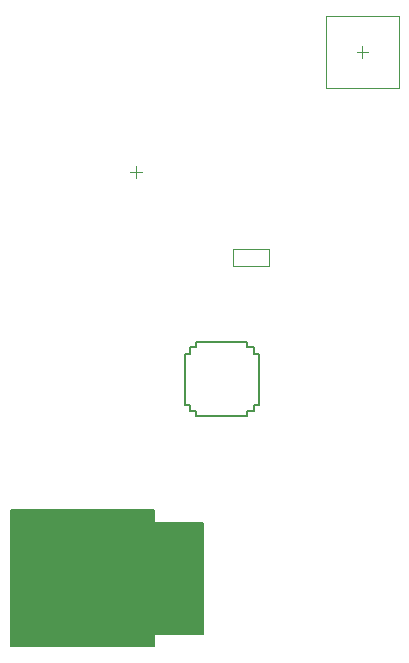
<source format=gbr>
%TF.GenerationSoftware,Altium Limited,Altium Designer,20.1.12 (249)*%
G04 Layer_Color=32768*
%FSLAX45Y45*%
%MOMM*%
%TF.SameCoordinates,0418086A-757F-42B6-A3B9-695331E80F4B*%
%TF.FilePolarity,Positive*%
%TF.FileFunction,Other,Mechanical_15*%
%TF.Part,Single*%
G01*
G75*
%TA.AperFunction,NonConductor*%
%ADD91C,0.15240*%
%ADD120C,0.10000*%
%ADD122C,0.05000*%
G36*
X2645410Y3782330D02*
Y3676920D01*
X1431290D01*
Y4830080D01*
X2645410D01*
Y4724670D01*
X3056890D01*
Y3782330D01*
X2645410D01*
D02*
G37*
D91*
X2947060Y6212749D02*
X3004210D01*
Y6250849D01*
X3436010D01*
Y6212749D02*
Y6250849D01*
Y6212749D02*
X3493160D01*
Y6155599D02*
Y6212749D01*
Y6155599D02*
X3531260D01*
Y5723799D02*
Y6155599D01*
X3493160Y5723799D02*
X3531260D01*
X3493160Y5666649D02*
Y5723799D01*
X3436010Y5666649D02*
X3493160D01*
X3436010Y5628549D02*
Y5666649D01*
X3004210Y5628549D02*
X3436010D01*
X3004210D02*
Y5666649D01*
X2947060D02*
X3004210D01*
X2947060D02*
Y5723799D01*
X2908960D02*
X2947060D01*
X2908960D02*
Y6155599D01*
X2947060D01*
Y6212749D01*
X2645410Y3676919D02*
Y3782329D01*
X3056890D01*
Y4724669D01*
X2645410D02*
X3056890D01*
X2645410D02*
Y4830079D01*
X1431290D02*
X2645410D01*
X1431290Y3676919D02*
Y4830079D01*
Y3676919D02*
X2645410D01*
D120*
X2440000Y7692502D02*
X2540000D01*
X2490003Y7642499D02*
Y7742499D01*
X4409999Y8657499D02*
Y8757498D01*
X4360001Y8707501D02*
X4460001D01*
D122*
X3317611Y6894698D02*
X3617610D01*
Y7044700D01*
X3317611D02*
X3617610D01*
X3317611Y6894698D02*
Y7044700D01*
X4102501Y9014998D02*
X4717501D01*
X4102501Y8399998D02*
X4717501D01*
Y9014998D01*
X4102501Y8399998D02*
Y9014998D01*
%TF.MD5,f5580b5bfdaab9c850fbbebc8677b9c3*%
M02*

</source>
